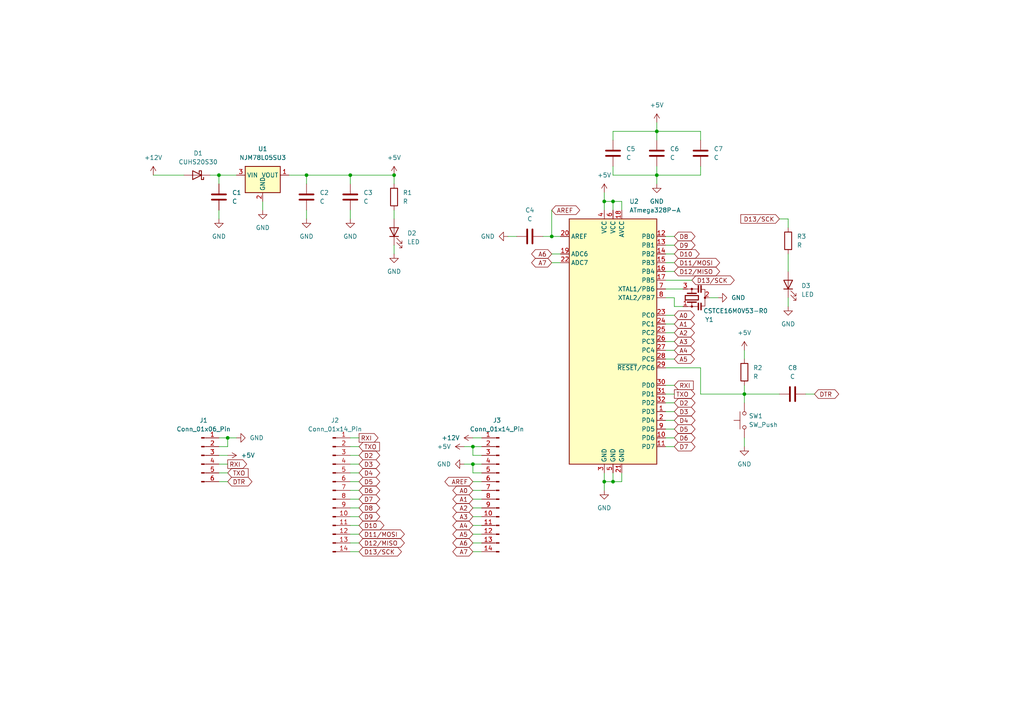
<source format=kicad_sch>
(kicad_sch (version 20230121) (generator eeschema)
  (paper "A4")
  (lib_symbols
    (symbol "Connector:Conn_01x06_Pin" (pin_names (offset 1.016) hide)
      (property "Reference" "J" (at 0 7.62 0))
      (property "Value" "Conn_01x06_Pin" (at 0 -10.16 0))
      (symbol "Conn_01x06_Pin_1_1"
        (polyline (pts (xy 1.27 -7.62) (xy 0.8636 -7.62)) (stroke (width 0.1524)))
        (polyline (pts (xy 1.27 -5.08) (xy 0.8636 -5.08)) (stroke (width 0.1524)))
        (polyline (pts (xy 1.27 -2.54) (xy 0.8636 -2.54)) (stroke (width 0.1524)))
        (polyline (pts (xy 1.27 0) (xy 0.8636 0)) (stroke (width 0.1524)))
        (polyline (pts (xy 1.27 2.54) (xy 0.8636 2.54)) (stroke (width 0.1524)))
        (polyline (pts (xy 1.27 5.08) (xy 0.8636 5.08)) (stroke (width 0.1524)))
        (rectangle (start 0.8636 -7.493) (end 0 -7.747) (stroke (width 0.1524)) (fill (type outline)))
        (rectangle (start 0.8636 -4.953) (end 0 -5.207) (stroke (width 0.1524)) (fill (type outline)))
        (rectangle (start 0.8636 -2.413) (end 0 -2.667) (stroke (width 0.1524)) (fill (type outline)))
        (rectangle (start 0.8636 0.127) (end 0 -0.127) (stroke (width 0.1524)) (fill (type outline)))
        (rectangle (start 0.8636 2.667) (end 0 2.413) (stroke (width 0.1524)) (fill (type outline)))
        (rectangle (start 0.8636 5.207) (end 0 4.953) (stroke (width 0.1524)) (fill (type outline)))
        (pin passive line (at 5.08 5.08 180) (length 3.81) (name "Pin_1") (number "1"))
        (pin passive line (at 5.08 2.54 180) (length 3.81) (name "Pin_2") (number "2"))
        (pin passive line (at 5.08 0 180) (length 3.81) (name "Pin_3") (number "3"))
        (pin passive line (at 5.08 -2.54 180) (length 3.81) (name "Pin_4") (number "4"))
        (pin passive line (at 5.08 -5.08 180) (length 3.81) (name "Pin_5") (number "5"))
        (pin passive line (at 5.08 -7.62 180) (length 3.81) (name "Pin_6") (number "6"))
      )
    )
    (symbol "Connector:Conn_01x14_Pin" (pin_names (offset 1.016) hide)
      (property "Reference" "J" (at 0 17.78 0))
      (property "Value" "Conn_01x14_Pin" (at 0 -20.32 0))
      (symbol "Conn_01x14_Pin_1_1"
        (polyline (pts (xy 1.27 -17.78) (xy 0.8636 -17.78)) (stroke (width 0.1524)))
        (polyline (pts (xy 1.27 -15.24) (xy 0.8636 -15.24)) (stroke (width 0.1524)))
        (polyline (pts (xy 1.27 -12.7) (xy 0.8636 -12.7)) (stroke (width 0.1524)))
        (polyline (pts (xy 1.27 -10.16) (xy 0.8636 -10.16)) (stroke (width 0.1524)))
        (polyline (pts (xy 1.27 -7.62) (xy 0.8636 -7.62)) (stroke (width 0.1524)))
        (polyline (pts (xy 1.27 -5.08) (xy 0.8636 -5.08)) (stroke (width 0.1524)))
        (polyline (pts (xy 1.27 -2.54) (xy 0.8636 -2.54)) (stroke (width 0.1524)))
        (polyline (pts (xy 1.27 0) (xy 0.8636 0)) (stroke (width 0.1524)))
        (polyline (pts (xy 1.27 2.54) (xy 0.8636 2.54)) (stroke (width 0.1524)))
        (polyline (pts (xy 1.27 5.08) (xy 0.8636 5.08)) (stroke (width 0.1524)))
        (polyline (pts (xy 1.27 7.62) (xy 0.8636 7.62)) (stroke (width 0.1524)))
        (polyline (pts (xy 1.27 10.16) (xy 0.8636 10.16)) (stroke (width 0.1524)))
        (polyline (pts (xy 1.27 12.7) (xy 0.8636 12.7)) (stroke (width 0.1524)))
        (polyline (pts (xy 1.27 15.24) (xy 0.8636 15.24)) (stroke (width 0.1524)))
        (rectangle (start 0.8636 -17.653) (end 0 -17.907) (stroke (width 0.1524)) (fill (type outline)))
        (rectangle (start 0.8636 -15.113) (end 0 -15.367) (stroke (width 0.1524)) (fill (type outline)))
        (rectangle (start 0.8636 -12.573) (end 0 -12.827) (stroke (width 0.1524)) (fill (type outline)))
        (rectangle (start 0.8636 -10.033) (end 0 -10.287) (stroke (width 0.1524)) (fill (type outline)))
        (rectangle (start 0.8636 -7.493) (end 0 -7.747) (stroke (width 0.1524)) (fill (type outline)))
        (rectangle (start 0.8636 -4.953) (end 0 -5.207) (stroke (width 0.1524)) (fill (type outline)))
        (rectangle (start 0.8636 -2.413) (end 0 -2.667) (stroke (width 0.1524)) (fill (type outline)))
        (rectangle (start 0.8636 0.127) (end 0 -0.127) (stroke (width 0.1524)) (fill (type outline)))
        (rectangle (start 0.8636 2.667) (end 0 2.413) (stroke (width 0.1524)) (fill (type outline)))
        (rectangle (start 0.8636 5.207) (end 0 4.953) (stroke (width 0.1524)) (fill (type outline)))
        (rectangle (start 0.8636 7.747) (end 0 7.493) (stroke (width 0.1524)) (fill (type outline)))
        (rectangle (start 0.8636 10.287) (end 0 10.033) (stroke (width 0.1524)) (fill (type outline)))
        (rectangle (start 0.8636 12.827) (end 0 12.573) (stroke (width 0.1524)) (fill (type outline)))
        (rectangle (start 0.8636 15.367) (end 0 15.113) (stroke (width 0.1524)) (fill (type outline)))
        (pin passive line (at 5.08 15.24 180) (length 3.81) (name "Pin_1") (number "1"))
        (pin passive line (at 5.08 -7.62 180) (length 3.81) (name "Pin_10") (number "10"))
        (pin passive line (at 5.08 -10.16 180) (length 3.81) (name "Pin_11") (number "11"))
        (pin passive line (at 5.08 -12.7 180) (length 3.81) (name "Pin_12") (number "12"))
        (pin passive line (at 5.08 -15.24 180) (length 3.81) (name "Pin_13") (number "13"))
        (pin passive line (at 5.08 -17.78 180) (length 3.81) (name "Pin_14") (number "14"))
        (pin passive line (at 5.08 12.7 180) (length 3.81) (name "Pin_2") (number "2"))
        (pin passive line (at 5.08 10.16 180) (length 3.81) (name "Pin_3") (number "3"))
        (pin passive line (at 5.08 7.62 180) (length 3.81) (name "Pin_4") (number "4"))
        (pin passive line (at 5.08 5.08 180) (length 3.81) (name "Pin_5") (number "5"))
        (pin passive line (at 5.08 2.54 180) (length 3.81) (name "Pin_6") (number "6"))
        (pin passive line (at 5.08 0 180) (length 3.81) (name "Pin_7") (number "7"))
        (pin passive line (at 5.08 -2.54 180) (length 3.81) (name "Pin_8") (number "8"))
        (pin passive line (at 5.08 -5.08 180) (length 3.81) (name "Pin_9") (number "9"))
      )
    )
    (symbol "Device:C" (pin_numbers hide) (pin_names (offset 0.254))
      (property "Reference" "C" (at 0.635 2.54 0))
      (property "Value" "C" (at 0.635 -2.54 0))
      (symbol "C_0_1"
        (polyline (pts (xy -2.032 -0.762) (xy 2.032 -0.762)) (stroke (width 0.508)))
        (polyline (pts (xy -2.032 0.762) (xy 2.032 0.762)) (stroke (width 0.508)))
      )
      (symbol "C_1_1"
        (pin passive line (at 0 3.81 270) (length 2.794) (name "~") (number "1"))
        (pin passive line (at 0 -3.81 90) (length 2.794) (name "~") (number "2"))
      )
    )
    (symbol "Device:LED" (pin_numbers hide) (pin_names (offset 1.016) hide)
      (property "Reference" "D" (at 0 2.54 0))
      (property "Value" "LED" (at 0 -2.54 0))
      (symbol "LED_0_1"
        (polyline (pts (xy -1.27 -1.27) (xy -1.27 1.27)) (stroke (width 0.254)))
        (polyline (pts (xy -1.27 0) (xy 1.27 0)))
        (polyline (pts (xy 1.27 -1.27) (xy 1.27 1.27) (xy -1.27 0) (xy 1.27 -1.27)) (stroke (width 0.254)))
        (polyline (pts (xy -3.048 -0.762) (xy -4.572 -2.286) (xy -3.81 -2.286) (xy -4.572 -2.286) (xy -4.572 -1.524)))
        (polyline (pts (xy -1.778 -0.762) (xy -3.302 -2.286) (xy -2.54 -2.286) (xy -3.302 -2.286) (xy -3.302 -1.524)))
      )
      (symbol "LED_1_1"
        (pin passive line (at -3.81 0 0) (length 2.54) (name "K") (number "1"))
        (pin passive line (at 3.81 0 180) (length 2.54) (name "A") (number "2"))
      )
    )
    (symbol "Device:R" (pin_numbers hide) (pin_names (offset 0))
      (property "Reference" "R" (at 2.032 0 90))
      (property "Value" "R" (at 0 0 90))
      (symbol "R_0_1"
        (rectangle (start -1.016 -2.54) (end 1.016 2.54) (stroke (width 0.254)))
      )
      (symbol "R_1_1"
        (pin passive line (at 0 3.81 270) (length 1.27) (name "~") (number "1"))
        (pin passive line (at 0 -3.81 90) (length 1.27) (name "~") (number "2"))
      )
    )
    (symbol "ProjectEV:ATmega328P-A"
      (property "Reference" "U" (at -12.7 36.83 0))
      (property "Value" "ATmega328P-A" (at 2.54 -36.83 0))
      (symbol "ATmega328P-A_0_1"
        (rectangle (start -12.7 35.56) (end 12.7 -35.56) (stroke (width 0.254)) (fill (type background)))
      )
      (symbol "ATmega328P-A_1_1"
        (pin bidirectional line (at 15.24 -20.32 180) (length 2.54) (name "PD3") (number "1"))
        (pin bidirectional line (at 15.24 -27.94 180) (length 2.54) (name "PD6") (number "10"))
        (pin bidirectional line (at 15.24 -30.48 180) (length 2.54) (name "PD7") (number "11"))
        (pin bidirectional line (at 15.24 30.48 180) (length 2.54) (name "PB0") (number "12"))
        (pin bidirectional line (at 15.24 27.94 180) (length 2.54) (name "PB1") (number "13"))
        (pin bidirectional line (at 15.24 25.4 180) (length 2.54) (name "PB2") (number "14"))
        (pin bidirectional line (at 15.24 22.86 180) (length 2.54) (name "PB3") (number "15"))
        (pin bidirectional line (at 15.24 20.32 180) (length 2.54) (name "PB4") (number "16"))
        (pin bidirectional line (at 15.24 17.78 180) (length 2.54) (name "PB5") (number "17"))
        (pin power_in line (at 2.54 38.1 270) (length 2.54) (name "AVCC") (number "18"))
        (pin input line (at -15.24 25.4 0) (length 2.54) (name "ADC6") (number "19"))
        (pin bidirectional line (at 15.24 -22.86 180) (length 2.54) (name "PD4") (number "2"))
        (pin passive line (at -15.24 30.48 0) (length 2.54) (name "AREF") (number "20"))
        (pin passive line (at 2.54 -38.1 90) (length 2.54) (name "GND") (number "21"))
        (pin input line (at -15.24 22.86 0) (length 2.54) (name "ADC7") (number "22"))
        (pin bidirectional line (at 15.24 7.62 180) (length 2.54) (name "PC0") (number "23"))
        (pin bidirectional line (at 15.24 5.08 180) (length 2.54) (name "PC1") (number "24"))
        (pin bidirectional line (at 15.24 2.54 180) (length 2.54) (name "PC2") (number "25"))
        (pin bidirectional line (at 15.24 0 180) (length 2.54) (name "PC3") (number "26"))
        (pin bidirectional line (at 15.24 -2.54 180) (length 2.54) (name "PC4") (number "27"))
        (pin bidirectional line (at 15.24 -5.08 180) (length 2.54) (name "PC5") (number "28"))
        (pin bidirectional line (at 15.24 -7.62 180) (length 2.54) (name "~{RESET}/PC6") (number "29"))
        (pin power_in line (at -2.54 -38.1 90) (length 2.54) (name "GND") (number "3"))
        (pin bidirectional line (at 15.24 -12.7 180) (length 2.54) (name "PD0") (number "30"))
        (pin bidirectional line (at 15.24 -15.24 180) (length 2.54) (name "PD1") (number "31"))
        (pin bidirectional line (at 15.24 -17.78 180) (length 2.54) (name "PD2") (number "32"))
        (pin power_in line (at -2.54 38.1 270) (length 2.54) (name "VCC") (number "4"))
        (pin passive line (at 0 -38.1 90) (length 2.54) (name "GND") (number "5"))
        (pin power_in line (at 0 38.1 270) (length 2.54) (name "VCC") (number "6"))
        (pin bidirectional line (at 15.24 15.24 180) (length 2.54) (name "XTAL1/PB6") (number "7"))
        (pin bidirectional line (at 15.24 12.7 180) (length 2.54) (name "XTAL2/PB7") (number "8"))
        (pin bidirectional line (at 15.24 -25.4 180) (length 2.54) (name "PD5") (number "9"))
      )
    )
    (symbol "ProjectEV:CSTCE16M0V53-R0" (pin_names (offset 1.016) hide)
      (property "Reference" "Y" (at 3.175 1.905 0))
      (property "Value" "CSTCE16M0V53-R0" (at 3.175 0 0))
      (symbol "CSTCE16M0V53-R0_0_1"
        (rectangle (start -3.556 -2.54) (end -1.524 -2.794) (fill (type outline)))
        (rectangle (start -3.556 -1.778) (end -1.524 -2.032) (fill (type outline)))
        (circle (center -2.54 0) (radius 0.254) (fill (type outline)))
        (rectangle (start -0.635 1.905) (end 0.635 -1.905) (stroke (width 0.3048)))
        (circle (center 0 -3.81) (radius 0.254) (fill (type outline)))
        (polyline (pts (xy -2.54 -1.778) (xy -2.54 0)))
        (polyline (pts (xy -2.54 0) (xy -1.397 0)))
        (polyline (pts (xy -2.54 1.27) (xy -2.54 0)))
        (polyline (pts (xy -1.27 -1.27) (xy -1.27 1.27)) (stroke (width 0.381)))
        (polyline (pts (xy 1.27 -1.27) (xy 1.27 1.27)) (stroke (width 0.381)))
        (polyline (pts (xy 1.27 0) (xy 2.54 0)))
        (polyline (pts (xy 2.54 0) (xy 2.54 -1.778)))
        (polyline (pts (xy 2.54 1.27) (xy 2.54 0)))
        (polyline (pts (xy 2.413 -2.794) (xy 2.413 -3.81) (xy -2.413 -3.81) (xy -2.413 -2.667)))
        (rectangle (start 1.524 -2.54) (end 3.556 -2.794) (fill (type outline)))
        (rectangle (start 1.524 -1.778) (end 3.556 -2.032) (fill (type outline)))
        (circle (center 2.54 0) (radius 0.254) (fill (type outline)))
      )
      (symbol "CSTCE16M0V53-R0_1_1"
        (pin passive line (at -2.54 2.54 270) (length 1.27) (name "1") (number "1"))
        (pin passive line (at 0 -5.08 90) (length 1.27) (name "2") (number "2"))
        (pin passive line (at 2.54 2.54 270) (length 1.27) (name "3") (number "3"))
      )
    )
    (symbol "ProjectEV:CUHS20S30" (pin_numbers hide) (pin_names (offset 1.016) hide)
      (property "Reference" "D" (at 0 2.54 0))
      (property "Value" "CUHS20S30" (at 0 -2.54 0))
      (symbol "CUHS20S30_0_1"
        (polyline (pts (xy 1.27 0) (xy -1.27 0)))
        (polyline (pts (xy 1.27 1.27) (xy 1.27 -1.27) (xy -1.27 0) (xy 1.27 1.27)) (stroke (width 0.254)))
        (polyline (pts (xy -1.905 0.635) (xy -1.905 1.27) (xy -1.27 1.27) (xy -1.27 -1.27) (xy -0.635 -1.27) (xy -0.635 -0.635)) (stroke (width 0.254)))
      )
      (symbol "CUHS20S30_1_1"
        (pin passive line (at -3.81 0 0) (length 2.54) (name "K") (number "1"))
        (pin passive line (at 3.81 0 180) (length 2.54) (name "A") (number "2"))
      )
    )
    (symbol "ProjectEV:NJM78L05SU3"
      (property "Reference" "U" (at -5.08 -3.81 0))
      (property "Value" "NJM78L05SU3" (at 0 6.35 0))
      (symbol "NJM78L05SU3_0_1"
        (rectangle (start -5.08 5.08) (end 5.08 -2.54) (stroke (width 0.254)) (fill (type background)))
      )
      (symbol "NJM78L05SU3_1_1"
        (pin passive line (at 7.62 2.54 180) (length 2.54) (name "VOUT") (number "1"))
        (pin passive line (at 0 -5.08 90) (length 2.54) (name "GND") (number "2"))
        (pin passive line (at -7.62 2.54 0) (length 2.54) (name "VIN") (number "3"))
      )
    )
    (symbol "Switch:SW_Push" (pin_numbers hide) (pin_names (offset 1.016) hide)
      (property "Reference" "SW" (at 1.27 2.54 0))
      (property "Value" "SW_Push" (at 0 -1.524 0))
      (symbol "SW_Push_0_1"
        (circle (center -2.032 0) (radius 0.508))
        (polyline (pts (xy 0 1.27) (xy 0 3.048)))
        (polyline (pts (xy 2.54 1.27) (xy -2.54 1.27)))
        (circle (center 2.032 0) (radius 0.508))
        (pin passive line (at -5.08 0 0) (length 2.54) (name "1") (number "1"))
        (pin passive line (at 5.08 0 180) (length 2.54) (name "2") (number "2"))
      )
    )
    (symbol "power:+12V" (power) (pin_names (offset 0))
      (property "Value" "+12V" (at 0 3.556 0))
      (symbol "+12V_0_1"
        (polyline (pts (xy -0.762 1.27) (xy 0 2.54)))
        (polyline (pts (xy 0 0) (xy 0 2.54)))
        (polyline (pts (xy 0 2.54) (xy 0.762 1.27)))
      )
      (symbol "+12V_1_1"
        (pin power_in line (at 0 0 90) (length 0) hide (name "+12V") (number "1"))
      )
    )
    (symbol "power:+5V" (power) (pin_names (offset 0))
      (property "Value" "+5V" (at 0 3.556 0))
      (symbol "+5V_0_1"
        (polyline (pts (xy -0.762 1.27) (xy 0 2.54)))
        (polyline (pts (xy 0 0) (xy 0 2.54)))
        (polyline (pts (xy 0 2.54) (xy 0.762 1.27)))
      )
      (symbol "+5V_1_1"
        (pin power_in line (at 0 0 90) (length 0) hide (name "+5V") (number "1"))
      )
    )
    (symbol "power:GND" (power) (pin_names (offset 0))
      (property "Value" "GND" (at 0 -3.81 0))
      (symbol "GND_0_1"
        (polyline (pts (xy 0 0) (xy 0 -1.27) (xy 1.27 -1.27) (xy 0 -2.54) (xy -1.27 -1.27) (xy 0 -1.27)))
      )
      (symbol "GND_1_1"
        (pin power_in line (at 0 0 270) (length 0) hide (name "GND") (number "1"))
      )
    )
  )
  (junction (at 177.8 58.42))
  (junction (at 137.16 129.54))
  (junction (at 177.8 139.7))
  (junction (at 175.26 58.42))
  (junction (at 66.04 127))
  (junction (at 190.5 38.1))
  (junction (at 101.6 50.8))
  (junction (at 215.9 114.3))
  (junction (at 160.02 68.58))
  (junction (at 190.5 50.8))
  (junction (at 114.3 50.8))
  (junction (at 63.5 50.8))
  (junction (at 88.9 50.8))
  (junction (at 137.16 134.62))
  (junction (at 175.26 139.7))
  (wire (pts (xy 193.04 73.66) (xy 195.58 73.66)))
  (wire (pts (xy 215.9 127) (xy 215.9 129.54)))
  (wire (pts (xy 215.9 101.6) (xy 215.9 104.14)))
  (wire (pts (xy 137.16 132.08) (xy 137.16 129.54)))
  (wire (pts (xy 193.04 121.92) (xy 195.58 121.92)))
  (wire (pts (xy 177.8 38.1) (xy 177.8 40.64)))
  (wire (pts (xy 114.3 60.96) (xy 114.3 63.5)))
  (wire (pts (xy 66.04 129.54) (xy 66.04 127)))
  (wire (pts (xy 76.2 58.42) (xy 76.2 60.96)))
  (wire (pts (xy 134.62 129.54) (xy 137.16 129.54)))
  (wire (pts (xy 193.04 76.2) (xy 195.58 76.2)))
  (wire (pts (xy 175.26 55.88) (xy 175.26 58.42)))
  (wire (pts (xy 205.74 86.36) (xy 208.28 86.36)))
  (wire (pts (xy 137.16 134.62) (xy 139.7 134.62)))
  (wire (pts (xy 177.8 58.42) (xy 180.34 58.42)))
  (wire (pts (xy 215.9 114.3) (xy 215.9 116.84)))
  (wire (pts (xy 137.16 154.94) (xy 139.7 154.94)))
  (wire (pts (xy 157.48 68.58) (xy 160.02 68.58)))
  (wire (pts (xy 193.04 114.3) (xy 195.58 114.3)))
  (wire (pts (xy 101.6 134.62) (xy 104.14 134.62)))
  (wire (pts (xy 193.04 93.98) (xy 195.58 93.98)))
  (wire (pts (xy 114.3 50.8) (xy 114.3 53.34)))
  (wire (pts (xy 101.6 154.94) (xy 104.14 154.94)))
  (wire (pts (xy 160.02 60.96) (xy 160.02 68.58)))
  (wire (pts (xy 101.6 50.8) (xy 114.3 50.8)))
  (wire (pts (xy 193.04 119.38) (xy 195.58 119.38)))
  (wire (pts (xy 228.6 73.66) (xy 228.6 78.74)))
  (wire (pts (xy 180.34 58.42) (xy 180.34 60.96)))
  (wire (pts (xy 203.2 50.8) (xy 190.5 50.8)))
  (wire (pts (xy 60.96 50.8) (xy 63.5 50.8)))
  (wire (pts (xy 63.5 139.7) (xy 66.04 139.7)))
  (wire (pts (xy 175.26 58.42) (xy 177.8 58.42)))
  (wire (pts (xy 175.26 139.7) (xy 175.26 142.24)))
  (wire (pts (xy 63.5 132.08) (xy 66.04 132.08)))
  (wire (pts (xy 228.6 63.5) (xy 228.6 66.04)))
  (wire (pts (xy 101.6 132.08) (xy 104.14 132.08)))
  (wire (pts (xy 203.2 38.1) (xy 190.5 38.1)))
  (wire (pts (xy 203.2 106.68) (xy 203.2 114.3)))
  (wire (pts (xy 83.82 50.8) (xy 88.9 50.8)))
  (wire (pts (xy 101.6 127) (xy 104.14 127)))
  (wire (pts (xy 63.5 134.62) (xy 66.04 134.62)))
  (wire (pts (xy 137.16 139.7) (xy 139.7 139.7)))
  (wire (pts (xy 177.8 137.16) (xy 177.8 139.7)))
  (wire (pts (xy 88.9 50.8) (xy 101.6 50.8)))
  (wire (pts (xy 215.9 114.3) (xy 226.06 114.3)))
  (wire (pts (xy 101.6 129.54) (xy 104.14 129.54)))
  (wire (pts (xy 134.62 134.62) (xy 137.16 134.62)))
  (wire (pts (xy 160.02 73.66) (xy 162.56 73.66)))
  (wire (pts (xy 101.6 142.24) (xy 104.14 142.24)))
  (wire (pts (xy 177.8 58.42) (xy 177.8 60.96)))
  (wire (pts (xy 177.8 50.8) (xy 190.5 50.8)))
  (wire (pts (xy 137.16 147.32) (xy 139.7 147.32)))
  (wire (pts (xy 195.58 86.36) (xy 193.04 86.36)))
  (wire (pts (xy 193.04 78.74) (xy 195.58 78.74)))
  (wire (pts (xy 137.16 152.4) (xy 139.7 152.4)))
  (wire (pts (xy 193.04 116.84) (xy 195.58 116.84)))
  (wire (pts (xy 160.02 68.58) (xy 162.56 68.58)))
  (wire (pts (xy 101.6 160.02) (xy 104.14 160.02)))
  (wire (pts (xy 193.04 81.28) (xy 200.66 81.28)))
  (wire (pts (xy 190.5 35.56) (xy 190.5 38.1)))
  (wire (pts (xy 193.04 127) (xy 195.58 127)))
  (wire (pts (xy 193.04 124.46) (xy 195.58 124.46)))
  (wire (pts (xy 63.5 127) (xy 66.04 127)))
  (wire (pts (xy 193.04 99.06) (xy 195.58 99.06)))
  (wire (pts (xy 203.2 48.26) (xy 203.2 50.8)))
  (wire (pts (xy 175.26 137.16) (xy 175.26 139.7)))
  (wire (pts (xy 147.32 68.58) (xy 149.86 68.58)))
  (wire (pts (xy 190.5 48.26) (xy 190.5 50.8)))
  (wire (pts (xy 101.6 157.48) (xy 104.14 157.48)))
  (wire (pts (xy 137.16 144.78) (xy 139.7 144.78)))
  (wire (pts (xy 139.7 132.08) (xy 137.16 132.08)))
  (wire (pts (xy 160.02 76.2) (xy 162.56 76.2)))
  (wire (pts (xy 203.2 40.64) (xy 203.2 38.1)))
  (wire (pts (xy 190.5 53.34) (xy 190.5 50.8)))
  (wire (pts (xy 101.6 152.4) (xy 104.14 152.4)))
  (wire (pts (xy 137.16 149.86) (xy 139.7 149.86)))
  (wire (pts (xy 190.5 38.1) (xy 177.8 38.1)))
  (wire (pts (xy 233.68 114.3) (xy 236.22 114.3)))
  (wire (pts (xy 203.2 114.3) (xy 215.9 114.3)))
  (wire (pts (xy 101.6 139.7) (xy 104.14 139.7)))
  (wire (pts (xy 193.04 101.6) (xy 195.58 101.6)))
  (wire (pts (xy 101.6 60.96) (xy 101.6 63.5)))
  (wire (pts (xy 137.16 137.16) (xy 137.16 134.62)))
  (wire (pts (xy 193.04 71.12) (xy 195.58 71.12)))
  (wire (pts (xy 177.8 48.26) (xy 177.8 50.8)))
  (wire (pts (xy 193.04 111.76) (xy 195.58 111.76)))
  (wire (pts (xy 226.06 63.5) (xy 228.6 63.5)))
  (wire (pts (xy 193.04 96.52) (xy 195.58 96.52)))
  (wire (pts (xy 137.16 142.24) (xy 139.7 142.24)))
  (wire (pts (xy 63.5 50.8) (xy 63.5 53.34)))
  (wire (pts (xy 63.5 137.16) (xy 66.04 137.16)))
  (wire (pts (xy 195.58 86.36) (xy 195.58 88.9)))
  (wire (pts (xy 193.04 129.54) (xy 195.58 129.54)))
  (wire (pts (xy 114.3 71.12) (xy 114.3 73.66)))
  (wire (pts (xy 137.16 160.02) (xy 139.7 160.02)))
  (wire (pts (xy 101.6 149.86) (xy 104.14 149.86)))
  (wire (pts (xy 180.34 139.7) (xy 177.8 139.7)))
  (wire (pts (xy 63.5 60.96) (xy 63.5 63.5)))
  (wire (pts (xy 101.6 50.8) (xy 101.6 53.34)))
  (wire (pts (xy 193.04 91.44) (xy 195.58 91.44)))
  (wire (pts (xy 175.26 58.42) (xy 175.26 60.96)))
  (wire (pts (xy 190.5 38.1) (xy 190.5 40.64)))
  (wire (pts (xy 101.6 137.16) (xy 104.14 137.16)))
  (wire (pts (xy 180.34 137.16) (xy 180.34 139.7)))
  (wire (pts (xy 137.16 129.54) (xy 139.7 129.54)))
  (wire (pts (xy 193.04 68.58) (xy 195.58 68.58)))
  (wire (pts (xy 198.12 83.82) (xy 193.04 83.82)))
  (wire (pts (xy 193.04 104.14) (xy 195.58 104.14)))
  (wire (pts (xy 101.6 144.78) (xy 104.14 144.78)))
  (wire (pts (xy 88.9 60.96) (xy 88.9 63.5)))
  (wire (pts (xy 137.16 157.48) (xy 139.7 157.48)))
  (wire (pts (xy 63.5 50.8) (xy 68.58 50.8)))
  (wire (pts (xy 193.04 106.68) (xy 203.2 106.68)))
  (wire (pts (xy 177.8 139.7) (xy 175.26 139.7)))
  (wire (pts (xy 63.5 129.54) (xy 66.04 129.54)))
  (wire (pts (xy 215.9 114.3) (xy 215.9 111.76)))
  (wire (pts (xy 101.6 147.32) (xy 104.14 147.32)))
  (wire (pts (xy 228.6 86.36) (xy 228.6 88.9)))
  (wire (pts (xy 66.04 127) (xy 68.58 127)))
  (wire (pts (xy 139.7 137.16) (xy 137.16 137.16)))
  (wire (pts (xy 44.45 50.8) (xy 53.34 50.8)))
  (wire (pts (xy 88.9 50.8) (xy 88.9 53.34)))
  (wire (pts (xy 137.16 127) (xy 139.7 127)))
  (wire (pts (xy 195.58 88.9) (xy 198.12 88.9)))
  (global_label "A4" (shape bidirectional) (at 195.58 101.6 0) (property "Intersheetrefs" "${INTERSHEET_REFS}" (effects hide)))
  (global_label "A5" (shape bidirectional) (at 137.16 154.94 180) (property "Intersheetrefs" "${INTERSHEET_REFS}" (effects hide)))
  (global_label "RXI" (shape output) (at 104.14 127 0) (property "Intersheetrefs" "${INTERSHEET_REFS}" (effects hide)))
  (global_label "A1" (shape bidirectional) (at 137.16 144.78 180) (property "Intersheetrefs" "${INTERSHEET_REFS}" (effects hide)))
  (global_label "AREF" (shape bidirectional) (at 160.02 60.96 0) (property "Intersheetrefs" "${INTERSHEET_REFS}" (effects hide)))
  (global_label "A0" (shape bidirectional) (at 195.58 91.44 0) (property "Intersheetrefs" "${INTERSHEET_REFS}" (effects hide)))
  (global_label "D13{slash}SCK" (shape input) (at 226.06 63.5 180) (property "Intersheetrefs" "${INTERSHEET_REFS}" (effects hide)))
  (global_label "D4" (shape bidirectional) (at 104.14 137.16 0) (property "Intersheetrefs" "${INTERSHEET_REFS}" (effects hide)))
  (global_label "D8" (shape bidirectional) (at 104.14 147.32 0) (property "Intersheetrefs" "${INTERSHEET_REFS}" (effects hide)))
  (global_label "RXI" (shape input) (at 195.58 111.76 0) (property "Intersheetrefs" "${INTERSHEET_REFS}" (effects hide)))
  (global_label "D13{slash}SCK" (shape bidirectional) (at 200.66 81.28 0) (property "Intersheetrefs" "${INTERSHEET_REFS}" (effects hide)))
  (global_label "A3" (shape bidirectional) (at 195.58 99.06 0) (property "Intersheetrefs" "${INTERSHEET_REFS}" (effects hide)))
  (global_label "A7" (shape bidirectional) (at 137.16 160.02 180) (property "Intersheetrefs" "${INTERSHEET_REFS}" (effects hide)))
  (global_label "D6" (shape bidirectional) (at 104.14 142.24 0) (property "Intersheetrefs" "${INTERSHEET_REFS}" (effects hide)))
  (global_label "D10" (shape bidirectional) (at 195.58 73.66 0) (property "Intersheetrefs" "${INTERSHEET_REFS}" (effects hide)))
  (global_label "A0" (shape bidirectional) (at 137.16 142.24 180) (property "Intersheetrefs" "${INTERSHEET_REFS}" (effects hide)))
  (global_label "A3" (shape bidirectional) (at 137.16 149.86 180) (property "Intersheetrefs" "${INTERSHEET_REFS}" (effects hide)))
  (global_label "D9" (shape bidirectional) (at 104.14 149.86 0) (property "Intersheetrefs" "${INTERSHEET_REFS}" (effects hide)))
  (global_label "D3" (shape bidirectional) (at 104.14 134.62 0) (property "Intersheetrefs" "${INTERSHEET_REFS}" (effects hide)))
  (global_label "D3" (shape bidirectional) (at 195.58 119.38 0) (property "Intersheetrefs" "${INTERSHEET_REFS}" (effects hide)))
  (global_label "D10" (shape bidirectional) (at 104.14 152.4 0) (property "Intersheetrefs" "${INTERSHEET_REFS}" (effects hide)))
  (global_label "D13{slash}SCK" (shape bidirectional) (at 104.14 160.02 0) (property "Intersheetrefs" "${INTERSHEET_REFS}" (effects hide)))
  (global_label "D4" (shape bidirectional) (at 195.58 121.92 0) (property "Intersheetrefs" "${INTERSHEET_REFS}" (effects hide)))
  (global_label "D2" (shape bidirectional) (at 195.58 116.84 0) (property "Intersheetrefs" "${INTERSHEET_REFS}" (effects hide)))
  (global_label "D2" (shape bidirectional) (at 104.14 132.08 0) (property "Intersheetrefs" "${INTERSHEET_REFS}" (effects hide)))
  (global_label "D9" (shape bidirectional) (at 195.58 71.12 0) (property "Intersheetrefs" "${INTERSHEET_REFS}" (effects hide)))
  (global_label "TXO" (shape output) (at 195.58 114.3 0) (property "Intersheetrefs" "${INTERSHEET_REFS}" (effects hide)))
  (global_label "DTR" (shape bidirectional) (at 66.04 139.7 0) (property "Intersheetrefs" "${INTERSHEET_REFS}" (effects hide)))
  (global_label "A4" (shape bidirectional) (at 137.16 152.4 180) (property "Intersheetrefs" "${INTERSHEET_REFS}" (effects hide)))
  (global_label "D11{slash}MOSI" (shape bidirectional) (at 195.58 76.2 0) (property "Intersheetrefs" "${INTERSHEET_REFS}" (effects hide)))
  (global_label "A6" (shape bidirectional) (at 160.02 73.66 180) (property "Intersheetrefs" "${INTERSHEET_REFS}" (effects hide)))
  (global_label "A7" (shape bidirectional) (at 160.02 76.2 180) (property "Intersheetrefs" "${INTERSHEET_REFS}" (effects hide)))
  (global_label "D5" (shape bidirectional) (at 195.58 124.46 0) (property "Intersheetrefs" "${INTERSHEET_REFS}" (effects hide)))
  (global_label "A6" (shape bidirectional) (at 137.16 157.48 180) (property "Intersheetrefs" "${INTERSHEET_REFS}" (effects hide)))
  (global_label "A2" (shape bidirectional) (at 195.58 96.52 0) (property "Intersheetrefs" "${INTERSHEET_REFS}" (effects hide)))
  (global_label "TXO" (shape input) (at 104.14 129.54 0) (property "Intersheetrefs" "${INTERSHEET_REFS}" (effects hide)))
  (global_label "A2" (shape bidirectional) (at 137.16 147.32 180) (property "Intersheetrefs" "${INTERSHEET_REFS}" (effects hide)))
  (global_label "A5" (shape bidirectional) (at 195.58 104.14 0) (property "Intersheetrefs" "${INTERSHEET_REFS}" (effects hide)))
  (global_label "D8" (shape bidirectional) (at 195.58 68.58 0) (property "Intersheetrefs" "${INTERSHEET_REFS}" (effects hide)))
  (global_label "A1" (shape bidirectional) (at 195.58 93.98 0) (property "Intersheetrefs" "${INTERSHEET_REFS}" (effects hide)))
  (global_label "D12{slash}MISO" (shape bidirectional) (at 195.58 78.74 0) (property "Intersheetrefs" "${INTERSHEET_REFS}" (effects hide)))
  (global_label "D7" (shape bidirectional) (at 104.14 144.78 0) (property "Intersheetrefs" "${INTERSHEET_REFS}" (effects hide)))
  (global_label "TXO" (shape input) (at 66.04 137.16 0) (property "Intersheetrefs" "${INTERSHEET_REFS}" (effects hide)))
  (global_label "D12{slash}MISO" (shape bidirectional) (at 104.14 157.48 0) (property "Intersheetrefs" "${INTERSHEET_REFS}" (effects hide)))
  (global_label "D11{slash}MOSI" (shape bidirectional) (at 104.14 154.94 0) (property "Intersheetrefs" "${INTERSHEET_REFS}" (effects hide)))
  (global_label "D6" (shape bidirectional) (at 195.58 127 0) (property "Intersheetrefs" "${INTERSHEET_REFS}" (effects hide)))
  (global_label "AREF" (shape bidirectional) (at 137.16 139.7 180) (property "Intersheetrefs" "${INTERSHEET_REFS}" (effects hide)))
  (global_label "D5" (shape bidirectional) (at 104.14 139.7 0) (property "Intersheetrefs" "${INTERSHEET_REFS}" (effects hide)))
  (global_label "RXI" (shape output) (at 66.04 134.62 0) (property "Intersheetrefs" "${INTERSHEET_REFS}" (effects hide)))
  (global_label "D7" (shape bidirectional) (at 195.58 129.54 0) (property "Intersheetrefs" "${INTERSHEET_REFS}" (effects hide)))
  (global_label "DTR" (shape bidirectional) (at 236.22 114.3 0) (property "Intersheetrefs" "${INTERSHEET_REFS}" (effects hide)))
  (symbol (lib_id "Device:C") (at 177.8 44.45 0) (unit 1)
    (property "Reference" "C5" (at 181.61 43.18 0) (effects (justify left)))
    (property "Value" "C" (at 181.61 45.72 0) (effects (justify left)))
  )
  (symbol (lib_id "power:GND") (at 228.6 88.9 0) (unit 1)
    (property "Reference" "#PWR016" (effects hide))
    (property "Value" "GND" (at 228.6 93.98 0))
  )
  (symbol (lib_id "power:GND") (at 68.58 127 90) (unit 1)
    (property "Reference" "#PWR017" (effects hide))
    (property "Value" "GND" (at 72.39 127 90) (effects (justify right)))
  )
  (symbol (lib_id "power:GND") (at 190.5 53.34 0) (unit 1)
    (property "Reference" "#PWR010" (effects hide))
    (property "Value" "GND" (at 190.5 58.42 0))
  )
  (symbol (lib_id "power:GND") (at 175.26 142.24 0) (unit 1)
    (property "Reference" "#PWR012" (effects hide))
    (property "Value" "GND" (at 175.26 147.32 0))
  )
  (symbol (lib_id "Device:C") (at 229.87 114.3 90) (unit 1)
    (property "Reference" "C8" (at 229.87 106.68 90))
    (property "Value" "C" (at 229.87 109.22 90))
  )
  (symbol (lib_id "power:GND") (at 88.9 63.5 0) (unit 1)
    (property "Reference" "#PWR05" (effects hide))
    (property "Value" "GND" (at 88.9 68.58 0))
  )
  (symbol (lib_id "ProjectEV:NJM78L05SU3") (at 76.2 53.34 0) (unit 1)
    (property "Reference" "U1" (at 76.2 43.18 0))
    (property "Value" "NJM78L05SU3" (at 76.2 45.72 0))
    (property "Footprint" "ProjectEV:SOT-89-3" (effects hide))
    (property "Datasheet" "https://akizukidenshi.com/download/ds/njr/NJM78L00S_J.pdf" (effects hide))
  )
  (symbol (lib_id "power:GND") (at 208.28 86.36 90) (unit 1)
    (property "Reference" "#PWR013" (effects hide))
    (property "Value" "GND" (at 212.09 86.36 90) (effects (justify right)))
  )
  (symbol (lib_id "power:+12V") (at 137.16 127 90) (unit 1)
    (property "Reference" "#PWR021" (effects hide))
    (property "Value" "+12V" (at 133.35 127 90) (effects (justify left)))
  )
  (symbol (lib_id "Device:C") (at 203.2 44.45 0) (unit 1)
    (property "Reference" "C7" (at 207.01 43.18 0) (effects (justify left)))
    (property "Value" "C" (at 207.01 45.72 0) (effects (justify left)))
  )
  (symbol (lib_id "Device:R") (at 228.6 69.85 0) (unit 1)
    (property "Reference" "R3" (at 231.14 68.58 0) (effects (justify left)))
    (property "Value" "R" (at 231.14 71.12 0) (effects (justify left)))
  )
  (symbol (lib_id "power:+5V") (at 114.3 50.8 0) (unit 1)
    (property "Reference" "#PWR02" (effects hide))
    (property "Value" "+5V" (at 114.3 45.72 0))
  )
  (symbol (lib_id "power:GND") (at 215.9 129.54 0) (unit 1)
    (property "Reference" "#PWR015" (effects hide))
    (property "Value" "GND" (at 215.9 134.62 0))
  )
  (symbol (lib_id "ProjectEV:CUHS20S30") (at 57.15 50.8 180) (unit 1)
    (property "Reference" "D1" (at 57.4675 44.45 0))
    (property "Value" "CUHS20S30" (at 57.4675 46.99 0))
    (property "Footprint" "ProjectEV:CUHS20S30" (effects hide))
  )
  (symbol (lib_id "Device:C") (at 63.5 57.15 0) (unit 1)
    (property "Reference" "C1" (at 67.31 55.88 0) (effects (justify left)))
    (property "Value" "C" (at 67.31 58.42 0) (effects (justify left)))
  )
  (symbol (lib_id "Device:C") (at 101.6 57.15 0) (unit 1)
    (property "Reference" "C3" (at 105.41 55.88 0) (effects (justify left)))
    (property "Value" "C" (at 105.41 58.42 0) (effects (justify left)))
  )
  (symbol (lib_id "Switch:SW_Push") (at 215.9 121.92 90) (unit 1)
    (property "Reference" "SW1" (at 217.17 120.65 90) (effects (justify right)))
    (property "Value" "SW_Push" (at 217.17 123.19 90) (effects (justify right)))
  )
  (symbol (lib_id "power:+5V") (at 66.04 132.08 270) (unit 1)
    (property "Reference" "#PWR018" (effects hide))
    (property "Value" "+5V" (at 69.85 132.08 90) (effects (justify left)))
  )
  (symbol (lib_id "power:GND") (at 147.32 68.58 270) (unit 1)
    (property "Reference" "#PWR011" (effects hide))
    (property "Value" "GND" (at 143.51 68.58 90) (effects (justify right)))
  )
  (symbol (lib_id "power:+12V") (at 44.45 50.8 0) (unit 1)
    (property "Reference" "#PWR01" (effects hide))
    (property "Value" "+12V" (at 44.45 45.72 0))
  )
  (symbol (lib_id "Device:LED") (at 228.6 82.55 90) (unit 1)
    (property "Reference" "D3" (at 232.41 82.8675 90) (effects (justify right)))
    (property "Value" "LED" (at 232.41 85.4075 90) (effects (justify right)))
  )
  (symbol (lib_id "Device:R") (at 114.3 57.15 0) (unit 1)
    (property "Reference" "R1" (at 116.84 55.88 0) (effects (justify left)))
    (property "Value" "R" (at 116.84 58.42 0) (effects (justify left)))
  )
  (symbol (lib_id "power:GND") (at 114.3 73.66 0) (unit 1)
    (property "Reference" "#PWR07" (effects hide))
    (property "Value" "GND" (at 114.3 78.74 0))
  )
  (symbol (lib_id "power:+5V") (at 215.9 101.6 0) (unit 1)
    (property "Reference" "#PWR014" (effects hide))
    (property "Value" "+5V" (at 215.9 96.52 0))
  )
  (symbol (lib_id "ProjectEV:CSTCE16M0V53-R0") (at 200.66 86.36 90) (unit 1)
    (property "Reference" "Y1" (at 205.74 92.71 90))
    (property "Value" "CSTCE16M0V53-R0" (at 213.36 90.17 90))
    (property "Footprint" "ProjectEV:CSTCE16M0V53-R0" (effects hide))
    (property "Datasheet" "https://akizukidenshi.com/download/ds/murata/cstce16m0v53-r0.pdf" (effects hide))
  )
  (symbol (lib_id "Connector:Conn_01x14_Pin") (at 144.78 142.24 0) (mirror y) (unit 1)
    (property "Reference" "J3" (at 144.145 121.92 0))
    (property "Value" "Conn_01x14_Pin" (at 144.145 124.46 0))
  )
  (symbol (lib_id "power:+5V") (at 175.26 55.88 0) (unit 1)
    (property "Reference" "#PWR08" (effects hide))
    (property "Value" "+5V" (at 175.26 50.8 0))
  )
  (symbol (lib_id "Device:C") (at 190.5 44.45 0) (unit 1)
    (property "Reference" "C6" (at 194.31 43.18 0) (effects (justify left)))
    (property "Value" "C" (at 194.31 45.72 0) (effects (justify left)))
  )
  (symbol (lib_id "power:+5V") (at 134.62 129.54 90) (unit 1)
    (property "Reference" "#PWR020" (effects hide))
    (property "Value" "+5V" (at 130.81 129.54 90) (effects (justify left)))
  )
  (symbol (lib_id "power:GND") (at 134.62 134.62 270) (unit 1)
    (property "Reference" "#PWR019" (effects hide))
    (property "Value" "GND" (at 130.81 134.62 90) (effects (justify right)))
  )
  (symbol (lib_id "Connector:Conn_01x14_Pin") (at 96.52 142.24 0) (unit 1)
    (property "Reference" "J2" (at 97.155 121.92 0))
    (property "Value" "Conn_01x14_Pin" (at 97.155 124.46 0))
  )
  (symbol (lib_id "Device:R") (at 215.9 107.95 0) (unit 1)
    (property "Reference" "R2" (at 218.44 106.68 0) (effects (justify left)))
    (property "Value" "R" (at 218.44 109.22 0) (effects (justify left)))
  )
  (symbol (lib_id "power:+5V") (at 190.5 35.56 0) (unit 1)
    (property "Reference" "#PWR09" (effects hide))
    (property "Value" "+5V" (at 190.5 30.48 0))
  )
  (symbol (lib_id "Connector:Conn_01x06_Pin") (at 58.42 132.08 0) (unit 1)
    (property "Reference" "J1" (at 59.055 121.92 0))
    (property "Value" "Conn_01x06_Pin" (at 59.055 124.46 0))
  )
  (symbol (lib_id "Device:LED") (at 114.3 67.31 90) (unit 1)
    (property "Reference" "D2" (at 118.11 67.6275 90) (effects (justify right)))
    (property "Value" "LED" (at 118.11 70.1675 90) (effects (justify right)))
  )
  (symbol (lib_id "Device:C") (at 153.67 68.58 90) (unit 1)
    (property "Reference" "C4" (at 153.67 60.96 90))
    (property "Value" "C" (at 153.67 63.5 90))
  )
  (symbol (lib_id "Device:C") (at 88.9 57.15 0) (unit 1)
    (property "Reference" "C2" (at 92.71 55.88 0) (effects (justify left)))
    (property "Value" "C" (at 92.71 58.42 0) (effects (justify left)))
  )
  (symbol (lib_id "power:GND") (at 63.5 63.5 0) (unit 1)
    (property "Reference" "#PWR04" (effects hide))
    (property "Value" "GND" (at 63.5 68.58 0))
  )
  (symbol (lib_id "ProjectEV:ATmega328P-A") (at 177.8 99.06 0) (unit 1)
    (property "Reference" "U2" (at 182.5341 58.42 0) (effects (justify left)))
    (property "Value" "ATmega328P-A" (at 182.5341 60.96 0) (effects (justify left)))
    (property "Footprint" "ProjectEV:TQFP-32_7x7mm_P0.8mm" (effects hide))
    (property "Datasheet" "https://akizukidenshi.com/download/mcu/avr/atmega48-88-168-328_A_P_PA.pdf" (effects hide))
  )
  (symbol (lib_id "power:GND") (at 101.6 63.5 0) (unit 1)
    (property "Reference" "#PWR06" (effects hide))
    (property "Value" "GND" (at 101.6 68.58 0))
  )
  (symbol (lib_id "power:GND") (at 76.2 60.96 0) (unit 1)
    (property "Reference" "#PWR03" (effects hide))
    (property "Value" "GND" (at 76.2 66.04 0))
  )
)
</source>
